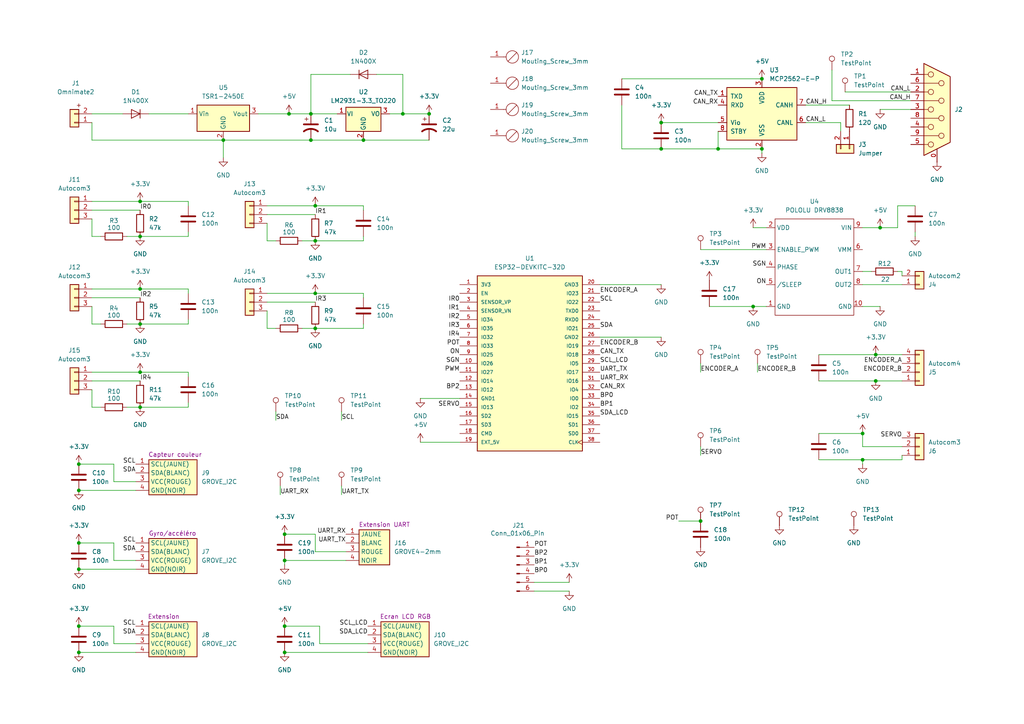
<source format=kicad_sch>
(kicad_sch (version 20231120) (generator "eeschema") (generator_version "8.0")
  (paper "A4")
  (title_block (title "Plateforme ESP32") (date "2024-11-23") (company "IUT de Cachan - Université Paris Saclay"))
  (junction (at 82.55 162.56))
  (junction (at 250.19 133.35))
  (junction (at 116.84 33.02))
  (junction (at 124.46 33.02))
  (junction (at 220.98 43.18))
  (junction (at 22.86 165.1))
  (junction (at 191.77 43.18))
  (junction (at 203.2 151.13))
  (junction (at 105.41 40.64))
  (junction (at 91.44 85.09))
  (junction (at 22.86 142.24))
  (junction (at 254 102.87))
  (junction (at 90.17 40.64))
  (junction (at 255.27 66.04))
  (junction (at 40.64 93.98))
  (junction (at 64.77 40.64))
  (junction (at 91.44 69.85))
  (junction (at 82.55 189.23))
  (junction (at 40.64 68.58))
  (junction (at 40.64 107.95))
  (junction (at 82.55 154.94))
  (junction (at 254 110.49))
  (junction (at 40.64 58.42))
  (junction (at 22.86 157.48))
  (junction (at 250.19 125.73))
  (junction (at 22.86 134.62))
  (junction (at 82.55 181.61))
  (junction (at 191.77 35.56))
  (junction (at 208.28 43.18))
  (junction (at 22.86 189.23))
  (junction (at 22.86 181.61))
  (junction (at 90.17 33.02))
  (junction (at 91.44 95.25))
  (junction (at 40.64 118.11))
  (junction (at 40.64 83.82))
  (junction (at 218.44 88.9))
  (junction (at 220.98 22.86))
  (junction (at 91.44 59.69))
  (junction (at 83.82 33.02))
  (wire (pts (xy 77.47 62.23) (xy 91.44 62.23)))
  (wire (pts (xy 33.02 134.62) (xy 22.86 134.62)))
  (wire (pts (xy 233.68 35.56) (xy 243.84 35.56)))
  (wire (pts (xy 36.83 93.98) (xy 40.64 93.98)))
  (wire (pts (xy 106.68 186.69) (xy 92.71 186.69)))
  (wire (pts (xy 26.67 118.11) (xy 26.67 113.03)))
  (wire (pts (xy 33.02 162.56) (xy 33.02 157.48)))
  (wire (pts (xy 54.61 116.84) (xy 54.61 118.11)))
  (wire (pts (xy 116.84 21.59) (xy 116.84 33.02)))
  (wire (pts (xy 64.77 40.64) (xy 90.17 40.64)))
  (wire (pts (xy 237.49 125.73) (xy 250.19 125.73)))
  (wire (pts (xy 109.22 21.59) (xy 116.84 21.59)))
  (wire (pts (xy 241.3 29.21) (xy 264.16 29.21)))
  (wire (pts (xy 40.64 58.42) (xy 54.61 58.42)))
  (wire (pts (xy 26.67 58.42) (xy 40.64 58.42)))
  (wire (pts (xy 26.67 68.58) (xy 26.67 63.5)))
  (wire (pts (xy 261.62 78.74) (xy 260.35 78.74)))
  (wire (pts (xy 33.02 157.48) (xy 22.86 157.48)))
  (wire (pts (xy 91.44 59.69) (xy 105.41 59.69)))
  (wire (pts (xy 191.77 43.18) (xy 208.28 43.18)))
  (wire (pts (xy 265.43 59.69) (xy 260.35 59.69)))
  (wire (pts (xy 250.19 129.54) (xy 250.19 125.73)))
  (wire (pts (xy 180.34 22.86) (xy 220.98 22.86)))
  (wire (pts (xy 64.77 40.64) (xy 64.77 45.72)))
  (wire (pts (xy 220.98 44.45) (xy 220.98 43.18)))
  (wire (pts (xy 180.34 30.48) (xy 180.34 43.18)))
  (wire (pts (xy 92.71 186.69) (xy 92.71 181.61)))
  (wire (pts (xy 54.61 92.71) (xy 54.61 93.98)))
  (wire (pts (xy 33.02 139.7) (xy 33.02 134.62)))
  (wire (pts (xy 22.86 142.24) (xy 39.37 142.24)))
  (wire (pts (xy 255.27 31.75) (xy 264.16 31.75)))
  (wire (pts (xy 29.21 118.11) (xy 26.67 118.11)))
  (wire (pts (xy 43.18 33.02) (xy 54.61 33.02)))
  (wire (pts (xy 54.61 93.98) (xy 40.64 93.98)))
  (wire (pts (xy 54.61 118.11) (xy 40.64 118.11)))
  (wire (pts (xy 261.62 133.35) (xy 261.62 132.08)))
  (wire (pts (xy 36.83 68.58) (xy 40.64 68.58)))
  (wire (pts (xy 265.43 67.31) (xy 265.43 68.58)))
  (wire (pts (xy 39.37 162.56) (xy 33.02 162.56)))
  (wire (pts (xy 29.21 68.58) (xy 26.67 68.58)))
  (wire (pts (xy 90.17 21.59) (xy 90.17 33.02)))
  (wire (pts (xy 252.73 78.74) (xy 250.19 78.74)))
  (wire (pts (xy 237.49 110.49) (xy 254 110.49)))
  (wire (pts (xy 90.17 40.64) (xy 105.41 40.64)))
  (wire (pts (xy 82.55 162.56) (xy 100.33 162.56)))
  (wire (pts (xy 80.01 121.92) (xy 80.01 119.38)))
  (wire (pts (xy 116.84 33.02) (xy 113.03 33.02)))
  (wire (pts (xy 99.06 121.92) (xy 99.06 119.38)))
  (wire (pts (xy 261.62 129.54) (xy 250.19 129.54)))
  (wire (pts (xy 33.02 186.69) (xy 33.02 181.61)))
  (wire (pts (xy 22.86 165.1) (xy 39.37 165.1)))
  (wire (pts (xy 80.01 69.85) (xy 77.47 69.85)))
  (wire (pts (xy 26.67 83.82) (xy 40.64 83.82)))
  (wire (pts (xy 121.92 115.57) (xy 133.35 115.57)))
  (wire (pts (xy 203.2 72.39) (xy 222.25 72.39)))
  (wire (pts (xy 243.84 38.1) (xy 243.84 35.56)))
  (wire (pts (xy 173.99 97.79) (xy 191.77 97.79)))
  (wire (pts (xy 77.47 87.63) (xy 91.44 87.63)))
  (wire (pts (xy 218.44 66.04) (xy 222.25 66.04)))
  (wire (pts (xy 154.94 171.45) (xy 165.1 171.45)))
  (wire (pts (xy 87.63 95.25) (xy 91.44 95.25)))
  (wire (pts (xy 173.99 82.55) (xy 191.77 82.55)))
  (wire (pts (xy 26.67 60.96) (xy 40.64 60.96)))
  (wire (pts (xy 77.47 85.09) (xy 91.44 85.09)))
  (wire (pts (xy 82.55 189.23) (xy 106.68 189.23)))
  (wire (pts (xy 105.41 86.36) (xy 105.41 85.09)))
  (wire (pts (xy 205.74 88.9) (xy 218.44 88.9)))
  (wire (pts (xy 260.35 59.69) (xy 260.35 66.04)))
  (wire (pts (xy 250.19 88.9) (xy 255.27 88.9)))
  (wire (pts (xy 208.28 43.18) (xy 220.98 43.18)))
  (wire (pts (xy 245.11 26.67) (xy 264.16 26.67)))
  (wire (pts (xy 208.28 38.1) (xy 208.28 43.18)))
  (wire (pts (xy 26.67 33.02) (xy 35.56 33.02)))
  (wire (pts (xy 77.47 69.85) (xy 77.47 64.77)))
  (wire (pts (xy 26.67 93.98) (xy 26.67 88.9)))
  (wire (pts (xy 91.44 154.94) (xy 91.44 160.02)))
  (wire (pts (xy 91.44 85.09) (xy 105.41 85.09)))
  (wire (pts (xy 26.67 35.56) (xy 26.67 40.64)))
  (wire (pts (xy 54.61 68.58) (xy 40.64 68.58)))
  (wire (pts (xy 26.67 107.95) (xy 40.64 107.95)))
  (wire (pts (xy 237.49 133.35) (xy 250.19 133.35)))
  (wire (pts (xy 77.47 59.69) (xy 91.44 59.69)))
  (wire (pts (xy 121.92 128.27) (xy 133.35 128.27)))
  (wire (pts (xy 105.41 93.98) (xy 105.41 95.25)))
  (wire (pts (xy 105.41 60.96) (xy 105.41 59.69)))
  (wire (pts (xy 105.41 69.85) (xy 91.44 69.85)))
  (wire (pts (xy 250.19 133.35) (xy 250.19 134.62)))
  (wire (pts (xy 250.19 82.55) (xy 261.62 82.55)))
  (wire (pts (xy 91.44 160.02) (xy 100.33 160.02)))
  (wire (pts (xy 54.61 85.09) (xy 54.61 83.82)))
  (wire (pts (xy 22.86 189.23) (xy 39.37 189.23)))
  (wire (pts (xy 92.71 181.61) (xy 82.55 181.61)))
  (wire (pts (xy 254 110.49) (xy 261.62 110.49)))
  (wire (pts (xy 124.46 33.02) (xy 116.84 33.02)))
  (wire (pts (xy 54.61 59.69) (xy 54.61 58.42)))
  (wire (pts (xy 261.62 80.01) (xy 261.62 78.74)))
  (wire (pts (xy 26.67 110.49) (xy 40.64 110.49)))
  (wire (pts (xy 260.35 66.04) (xy 255.27 66.04)))
  (wire (pts (xy 203.2 132.08) (xy 203.2 129.54)))
  (wire (pts (xy 54.61 67.31) (xy 54.61 68.58)))
  (wire (pts (xy 77.47 95.25) (xy 77.47 90.17)))
  (wire (pts (xy 219.71 107.95) (xy 219.71 105.41)))
  (wire (pts (xy 83.82 33.02) (xy 90.17 33.02)))
  (wire (pts (xy 254 102.87) (xy 261.62 102.87)))
  (wire (pts (xy 29.21 93.98) (xy 26.67 93.98)))
  (wire (pts (xy 81.28 143.51) (xy 81.28 140.97)))
  (wire (pts (xy 90.17 33.02) (xy 97.79 33.02)))
  (wire (pts (xy 82.55 154.94) (xy 91.44 154.94)))
  (wire (pts (xy 82.55 163.83) (xy 82.55 162.56)))
  (wire (pts (xy 39.37 139.7) (xy 33.02 139.7)))
  (wire (pts (xy 241.3 20.32) (xy 241.3 29.21)))
  (wire (pts (xy 105.41 68.58) (xy 105.41 69.85)))
  (wire (pts (xy 218.44 88.9) (xy 222.25 88.9)))
  (wire (pts (xy 237.49 102.87) (xy 254 102.87)))
  (wire (pts (xy 105.41 40.64) (xy 124.46 40.64)))
  (wire (pts (xy 250.19 133.35) (xy 261.62 133.35)))
  (wire (pts (xy 105.41 95.25) (xy 91.44 95.25)))
  (wire (pts (xy 87.63 69.85) (xy 91.44 69.85)))
  (wire (pts (xy 26.67 40.64) (xy 64.77 40.64)))
  (wire (pts (xy 54.61 109.22) (xy 54.61 107.95)))
  (wire (pts (xy 40.64 83.82) (xy 54.61 83.82)))
  (wire (pts (xy 191.77 35.56) (xy 208.28 35.56)))
  (wire (pts (xy 74.93 33.02) (xy 83.82 33.02)))
  (wire (pts (xy 26.67 86.36) (xy 40.64 86.36)))
  (wire (pts (xy 233.68 30.48) (xy 246.38 30.48)))
  (wire (pts (xy 36.83 118.11) (xy 40.64 118.11)))
  (wire (pts (xy 101.6 21.59) (xy 90.17 21.59)))
  (wire (pts (xy 154.94 168.91) (xy 165.1 168.91)))
  (wire (pts (xy 99.06 143.51) (xy 99.06 140.97)))
  (wire (pts (xy 203.2 107.95) (xy 203.2 105.41)))
  (wire (pts (xy 39.37 186.69) (xy 33.02 186.69)))
  (wire (pts (xy 250.19 66.04) (xy 255.27 66.04)))
  (wire (pts (xy 33.02 181.61) (xy 22.86 181.61)))
  (wire (pts (xy 180.34 43.18) (xy 191.77 43.18)))
  (wire (pts (xy 40.64 107.95) (xy 54.61 107.95)))
  (wire (pts (xy 80.01 95.25) (xy 77.47 95.25)))
  (wire (pts (xy 196.85 151.13) (xy 203.2 151.13)))
  (label "POT" (at 154.94 158.75 0))
  (label "SDA_LCD" (at 173.99 120.65 0))
  (label "SDA" (at 39.37 184.15 180))
  (label "IR1" (at 133.35 90.17 180))
  (label "BP1" (at 173.99 118.11 0))
  (label "BP2" (at 154.94 161.29 0))
  (label "BP1" (at 154.94 163.83 0))
  (label "ENCODER_A" (at 203.2 107.95 0))
  (label "SERVO" (at 261.62 127 180))
  (label "SCL" (at 99.06 121.92 0))
  (label "SERVO" (at 203.2 132.08 0))
  (label "PWM" (at 133.35 107.95 180))
  (label "IR0" (at 133.35 87.63 180))
  (label "SCL_LCD" (at 106.68 181.61 180))
  (label "SDA" (at 39.37 137.16 180))
  (label "IR0" (at 40.64 60.96 0))
  (label "CAN_L" (at 264.16 26.67 180))
  (label "POT" (at 196.85 151.13 180))
  (label "BP2" (at 133.35 113.03 180))
  (label "CAN_RX" (at 208.28 30.48 180))
  (label "CAN_H" (at 233.68 30.48 0))
  (label "SGN" (at 222.25 77.47 180))
  (label "SCL_LCD" (at 173.99 105.41 0))
  (label "IR3" (at 91.44 87.63 0))
  (label "SDA" (at 39.37 160.02 180))
  (label "SDA" (at 80.01 121.92 0))
  (label "POT" (at 133.35 100.33 180))
  (label "ENCODER_B" (at 173.99 100.33 0))
  (label "PWM" (at 222.25 72.39 180))
  (label "IR2" (at 40.64 86.36 0))
  (label "SCL" (at 39.37 181.61 180))
  (label "IR4" (at 133.35 97.79 180))
  (label "SERVO" (at 133.35 118.11 180))
  (label "UART_RX" (at 173.99 110.49 0))
  (label "SCL" (at 39.37 134.62 180))
  (label "ENCODER_A" (at 261.62 105.41 180))
  (label "CAN_RX" (at 173.99 113.03 0))
  (label "IR3" (at 133.35 95.25 180))
  (label "ON" (at 222.25 82.55 180))
  (label "ENCODER_B" (at 219.71 107.95 0))
  (label "SCL" (at 173.99 87.63 0))
  (label "IR1" (at 91.44 62.23 0))
  (label "ENCODER_A" (at 173.99 85.09 0))
  (label "UART_TX" (at 173.99 107.95 0))
  (label "CAN_L" (at 233.68 35.56 0))
  (label "ENCODER_B" (at 261.62 107.95 180))
  (label "ON" (at 133.35 102.87 180))
  (label "BP0" (at 173.99 115.57 0))
  (label "BP0" (at 154.94 166.37 0))
  (label "CAN_TX" (at 208.28 27.94 180))
  (label "CAN_H" (at 264.16 29.21 180))
  (label "UART_TX" (at 100.33 157.48 180))
  (label "SGN" (at 133.35 105.41 180))
  (label "SCL" (at 39.37 157.48 180))
  (label "IR4" (at 40.64 110.49 0))
  (label "UART_RX" (at 81.28 143.51 0))
  (label "UART_RX" (at 100.33 154.94 180))
  (label "SDA_LCD" (at 106.68 184.15 180))
  (label "SDA" (at 173.99 95.25 0))
  (label "IR2" (at 133.35 92.71 180))
  (label "UART_TX" (at 99.06 143.51 0))
  (label "CAN_TX" (at 173.99 102.87 0))
  (symbol (lib_id "0_Ge2:GROVE_I2C") (at 44.45 129.54 0) (unit 1)
    (property "Reference" "J9" (at 58.42 137.1599 0) (effects (justify left)))
    (property "Value" "GROVE_I2C" (at 58.42 139.6999 0) (effects (justify left)))
    (property "Footprint" "0_FootprintGe2:SEEED_110990030" (effects (hide yes)))
    (property "Description" "Capteur couleur" (at 50.8 131.826 0))
  )
  (symbol (lib_id "power:GND") (at 82.55 189.23 0) (unit 1)
    (property "Reference" "#PWR026" (effects (hide yes)))
    (property "Value" "GND" (at 82.55 194.31 0))
    (property "Description" "Power symbol creates a global label with name \"GND\" , ground" (effects (hide yes)))
  )
  (symbol (lib_id "Interface_CAN_LIN:MCP2562-E-P") (at 220.98 33.02 0) (unit 1)
    (property "Reference" "U3" (at 223.1741 20.32 0) (effects (justify left)))
    (property "Value" "MCP2562-E-P" (at 223.1741 22.86 0) (effects (justify left)))
    (property "Footprint" "Package_DIP:DIP-8_W7.62mm" (effects (hide yes)))
    (property "Datasheet" "http://ww1.microchip.com/downloads/en/DeviceDoc/25167A.pdf" (effects (hide yes)))
    (property "Description" "High-Speed CAN Transceiver, 1Mbps, 5V supply, Vio pin, -40C to +125C, DIP-8" (effects (hide yes)))
  )
  (symbol (lib_id "power:GND") (at 22.86 165.1 0) (unit 1)
    (property "Reference" "#PWR019" (effects (hide yes)))
    (property "Value" "GND" (at 22.86 170.18 0))
    (property "Description" "Power symbol creates a global label with name \"GND\" , ground" (effects (hide yes)))
  )
  (symbol (lib_id "0_SymbGamelGe2_v8.0:R") (at 246.38 34.29 0) (unit 1)
    (property "Reference" "R1" (at 248.92 33.0199 0) (effects (justify left)))
    (property "Value" "120" (at 248.92 35.5599 0) (effects (justify left)))
    (property "Footprint" "FootprintGamelGe2_v8.0:R_Axial_DIN0207_L6.3mm_D2.5mm_P10.16mm_Horizontal" (effects (hide yes)))
    (property "Description" "Resistor 1/4W" (effects (hide yes)))
  )
  (symbol (lib_id "power:GND") (at 203.2 158.75 0) (unit 1)
    (property "Reference" "#PWR044" (effects (hide yes)))
    (property "Value" "GND" (at 203.2 163.83 0))
    (property "Description" "Power symbol creates a global label with name \"GND\" , ground" (effects (hide yes)))
  )
  (symbol (lib_id "power:GND") (at 218.44 88.9 0) (unit 1)
    (property "Reference" "#PWR012" (effects (hide yes)))
    (property "Value" "GND" (at 218.44 93.98 0))
    (property "Description" "Power symbol creates a global label with name \"GND\" , ground" (effects (hide yes)))
  )
  (symbol (lib_id "power:+3.3V") (at 40.64 83.82 0) (unit 1)
    (property "Reference" "#PWR029" (effects (hide yes)))
    (property "Value" "+3.3V" (at 40.64 78.74 0))
    (property "Description" "Power symbol creates a global label with name \"+3.3V\"" (effects (hide yes)))
  )
  (symbol (lib_id "0_SymbGamelGe2_v8.0:C") (at 205.74 85.09 0) (unit 1)
    (property "Reference" "C17" (at 209.55 83.8199 0) (effects (justify left)))
    (property "Value" "100n" (at 209.55 86.3599 0) (effects (justify left)))
    (property "Footprint" "FootprintGamelGe2_v8.0:C_Rect_L7.0mm_W2.5mm_P5.00mm" (effects (hide yes)))
    (property "Description" "Unpolarized capacitor" (effects (hide yes)))
  )
  (symbol (lib_id "power:GND") (at 255.27 31.75 0) (unit 1)
    (property "Reference" "#PWR06" (effects (hide yes)))
    (property "Value" "GND" (at 255.27 36.83 0))
    (property "Description" "Power symbol creates a global label with name \"GND\" , ground" (effects (hide yes)))
  )
  (symbol (lib_id "power:+5V") (at 255.27 66.04 0) (unit 1)
    (property "Reference" "#PWR011" (effects (hide yes)))
    (property "Value" "+5V" (at 255.27 60.96 0))
    (property "Description" "Power symbol creates a global label with name \"+5V\"" (effects (hide yes)))
  )
  (symbol (lib_id "power:+3.3V") (at 22.86 157.48 0) (unit 1)
    (property "Reference" "#PWR020" (effects (hide yes)))
    (property "Value" "+3.3V" (at 22.86 152.4 0))
    (property "Description" "Power symbol creates a global label with name \"+3.3V\"" (effects (hide yes)))
  )
  (symbol (lib_id "0_SymbGamelGe2_v8.0:Autocom4") (at 266.7 107.95 0) (mirror x) (unit 1)
    (property "Reference" "J5" (at 269.24 107.9501 0) (effects (justify left)))
    (property "Value" "Autocom4" (at 269.24 105.4101 0) (effects (justify left)))
    (property "Footprint" "FootprintGamelGe2_v8.0:Autocom4" (effects (hide yes)))
    (property "Description" "Autocom HE14 connector, single row, 01x04" (effects (hide yes)))
  )
  (symbol (lib_id "Connector:TestPoint") (at 80.01 119.38 0) (unit 1)
    (property "Reference" "TP10" (at 82.55 114.8079 0) (effects (justify left)))
    (property "Value" "TestPoint" (at 82.55 117.3479 0) (effects (justify left)))
    (property "Footprint" "Connector_PinHeader_2.54mm:PinHeader_1x01_P2.54mm_Vertical" (effects (hide yes)))
    (property "Description" "test point" (effects (hide yes)))
  )
  (symbol (lib_id "Connector:TestPoint") (at 241.3 20.32 0) (unit 1)
    (property "Reference" "TP2" (at 243.84 15.7479 0) (effects (justify left)))
    (property "Value" "TestPoint" (at 243.84 18.2879 0) (effects (justify left)))
    (property "Footprint" "Connector_PinHeader_2.54mm:PinHeader_1x01_P2.54mm_Vertical" (effects (hide yes)))
    (property "Description" "test point" (effects (hide yes)))
  )
  (symbol (lib_id "power:GND") (at 40.64 93.98 0) (unit 1)
    (property "Reference" "#PWR030" (effects (hide yes)))
    (property "Value" "GND" (at 40.64 99.06 0))
    (property "Description" "Power symbol creates a global label with name \"GND\" , ground" (effects (hide yes)))
  )
  (symbol (lib_id "power:+3.3V") (at 124.46 33.02 0) (unit 1)
    (property "Reference" "#PWR09" (effects (hide yes)))
    (property "Value" "+3.3V" (at 124.46 27.94 0))
    (property "Description" "Power symbol creates a global label with name \"+3.3V\"" (effects (hide yes)))
  )
  (symbol (lib_id "power:+3.3V") (at 91.44 85.09 0) (unit 1)
    (property "Reference" "#PWR033" (effects (hide yes)))
    (property "Value" "+3.3V" (at 91.44 80.01 0))
    (property "Description" "Power symbol creates a global label with name \"+3.3V\"" (effects (hide yes)))
  )
  (symbol (lib_id "Connector:TestPoint") (at 99.06 119.38 0) (unit 1)
    (property "Reference" "TP11" (at 101.6 114.8079 0) (effects (justify left)))
    (property "Value" "TestPoint" (at 101.6 117.3479 0) (effects (justify left)))
    (property "Footprint" "Connector_PinHeader_2.54mm:PinHeader_1x01_P2.54mm_Vertical" (effects (hide yes)))
    (property "Description" "test point" (effects (hide yes)))
  )
  (symbol (lib_id "Connector:TestPoint") (at 99.06 140.97 0) (unit 1)
    (property "Reference" "TP9" (at 101.6 136.3979 0) (effects (justify left)))
    (property "Value" "TestPoint" (at 101.6 138.9379 0) (effects (justify left)))
    (property "Footprint" "Connector_PinHeader_2.54mm:PinHeader_1x01_P2.54mm_Vertical" (effects (hide yes)))
    (property "Description" "test point" (effects (hide yes)))
  )
  (symbol (lib_id "0_SymbGamelGe2_v8.0:R") (at 33.02 118.11 90) (unit 1)
    (property "Reference" "R10" (at 33.02 113.538 90))
    (property "Value" "100" (at 33.02 115.57 90))
    (property "Footprint" "FootprintGamelGe2_v8.0:R_Axial_DIN0207_L6.3mm_D2.5mm_P10.16mm_Horizontal" (effects (hide yes)))
    (property "Description" "Resistor 1/4W" (effects (hide yes)))
  )
  (symbol (lib_id "power:+3.3V") (at 191.77 35.56 0) (unit 1)
    (property "Reference" "#PWR05" (effects (hide yes)))
    (property "Value" "+3.3V" (at 191.77 30.48 0))
    (property "Description" "Power symbol creates a global label with name \"+3.3V\"" (effects (hide yes)))
  )
  (symbol (lib_id "power:+5V") (at 83.82 33.02 0) (unit 1)
    (property "Reference" "#PWR02" (effects (hide yes)))
    (property "Value" "+5V" (at 83.82 27.94 0))
    (property "Description" "Power symbol creates a global label with name \"+5V\"" (effects (hide yes)))
  )
  (symbol (lib_id "power:+3.3V") (at 82.55 154.94 0) (unit 1)
    (property "Reference" "#PWR037" (effects (hide yes)))
    (property "Value" "+3.3V" (at 82.55 149.86 0))
    (property "Description" "Power symbol creates a global label with name \"+3.3V\"" (effects (hide yes)))
  )
  (symbol (lib_id "power:GND") (at 22.86 142.24 0) (unit 1)
    (property "Reference" "#PWR024" (effects (hide yes)))
    (property "Value" "GND" (at 22.86 147.32 0))
    (property "Description" "Power symbol creates a global label with name \"GND\" , ground" (effects (hide yes)))
  )
  (symbol (lib_id "Connector:TestPoint") (at 203.2 129.54 0) (unit 1)
    (property "Reference" "TP6" (at 205.74 124.9679 0) (effects (justify left)))
    (property "Value" "TestPoint" (at 205.74 127.5079 0) (effects (justify left)))
    (property "Footprint" "Connector_PinHeader_2.54mm:PinHeader_1x01_P2.54mm_Vertical" (effects (hide yes)))
    (property "Description" "test point" (effects (hide yes)))
  )
  (symbol (lib_id "Connector:TestPoint") (at 226.06 152.4 0) (unit 1)
    (property "Reference" "TP12" (at 228.6 147.8279 0) (effects (justify left)))
    (property "Value" "TestPoint" (at 228.6 150.3679 0) (effects (justify left)))
    (property "Footprint" "Connector_PinHeader_2.54mm:PinHeader_1x01_P2.54mm_Vertical" (effects (hide yes)))
    (property "Description" "test point" (effects (hide yes)))
  )
  (symbol (lib_id "power:GND") (at 165.1 171.45 0) (unit 1)
    (property "Reference" "#PWR043" (effects (hide yes)))
    (property "Value" "GND" (at 165.1 176.53 0))
    (property "Description" "Power symbol creates a global label with name \"GND\" , ground" (effects (hide yes)))
  )
  (symbol (lib_id "Connector:TestPoint") (at 81.28 140.97 0) (unit 1)
    (property "Reference" "TP8" (at 83.82 136.3979 0) (effects (justify left)))
    (property "Value" "TestPoint" (at 83.82 138.9379 0) (effects (justify left)))
    (property "Footprint" "Connector_PinHeader_2.54mm:PinHeader_1x01_P2.54mm_Vertical" (effects (hide yes)))
    (property "Description" "test point" (effects (hide yes)))
  )
  (symbol (lib_id "0_SymbGamelGe2_v8.0:R") (at 83.82 69.85 90) (unit 1)
    (property "Reference" "R6" (at 83.82 65.278 90))
    (property "Value" "100" (at 83.82 67.31 90))
    (property "Footprint" "FootprintGamelGe2_v8.0:R_Axial_DIN0207_L6.3mm_D2.5mm_P10.16mm_Horizontal" (effects (hide yes)))
    (property "Description" "Resistor 1/4W" (effects (hide yes)))
  )
  (symbol (lib_id "power:GND") (at 22.86 189.23 0) (unit 1)
    (property "Reference" "#PWR022" (effects (hide yes)))
    (property "Value" "GND" (at 22.86 194.31 0))
    (property "Description" "Power symbol creates a global label with name \"GND\" , ground" (effects (hide yes)))
  )
  (symbol (lib_id "0_SymbGamelGe2_v8.0:Autocom3") (at 21.59 110.49 0) (mirror y) (unit 1)
    (property "Reference" "J15" (at 21.59 101.6 0))
    (property "Value" "Autocom3" (at 21.59 104.14 0))
    (property "Footprint" "FootprintGamelGe2_v8.0:Autocom3" (effects (hide yes)))
    (property "Description" "Autocom HE14 connector, single row, 01x03" (effects (hide yes)))
  )
  (symbol (lib_id "power:GND") (at 254 110.49 0) (unit 1)
    (property "Reference" "#PWR014" (effects (hide yes)))
    (property "Value" "GND" (at 254 115.57 0))
    (property "Description" "Power symbol creates a global label with name \"GND\" , ground" (effects (hide yes)))
  )
  (symbol (lib_id "Connector:DE9_Receptacle_MountingHoles") (at 271.78 31.75 0) (unit 1)
    (property "Reference" "J2" (at 276.86 31.7499 0) (effects (justify left)))
    (property "Value" "DE9_Receptacle_MountingHoles" (effects (hide yes)))
    (property "Footprint" "Connector_Dsub:DSUB-9_Female_Horizontal_P2.77x2.84mm_EdgePinOffset4.94mm_Housed_MountingHolesOffset7.48mm" (effects (hide yes)))
    (property "Description" "9-pin female receptacle socket D-SUB connector, Mounting Hole" (effects (hide yes)))
  )
  (symbol (lib_id "0_SymbGamelGe2_v8.0:C") (at 180.34 26.67 0) (unit 1)
    (property "Reference" "C4" (at 184.15 25.3999 0) (effects (justify left)))
    (property "Value" "100n" (at 184.15 27.9399 0) (effects (justify left)))
    (property "Footprint" "FootprintGamelGe2_v8.0:C_Rect_L7.0mm_W2.5mm_P5.00mm" (effects (hide yes)))
    (property "Description" "Unpolarized capacitor" (effects (hide yes)))
  )
  (symbol (lib_id "0_SymbGamelGe2_v8.0:R") (at 91.44 91.44 0) (unit 1)
    (property "Reference" "R9" (at 93.98 90.1699 0) (effects (justify left)))
    (property "Value" "47k" (at 93.98 92.7099 0) (effects (justify left)))
    (property "Footprint" "FootprintGamelGe2_v8.0:R_Axial_DIN0207_L6.3mm_D2.5mm_P10.16mm_Horizontal" (effects (hide yes)))
    (property "Description" "Resistor 1/4W" (effects (hide yes)))
  )
  (symbol (lib_id "0_SymbGamelGe2_v8.0:Autocom2") (at 266.7 82.55 0) (mirror x) (unit 1)
    (property "Reference" "J4" (at 269.24 82.5501 0) (effects (justify left)))
    (property "Value" "Autocom2" (at 269.24 80.0101 0) (effects (justify left)))
    (property "Footprint" "FootprintGamelGe2_v8.0:Autocom2" (effects (hide yes)))
    (property "Description" "Autocom HE14 connector, single row, 01x02" (effects (hide yes)))
  )
  (symbol (lib_id "0_SymbGamelGe2_v8.0:C") (at 54.61 113.03 0) (unit 1)
    (property "Reference" "C16" (at 58.42 111.7599 0) (effects (justify left)))
    (property "Value" "100n" (at 58.42 114.2999 0) (effects (justify left)))
    (property "Footprint" "FootprintGamelGe2_v8.0:C_Rect_L7.0mm_W2.5mm_P5.00mm" (effects (hide yes)))
    (property "Description" "Unpolarized capacitor" (effects (hide yes)))
  )
  (symbol (lib_id "power:GND") (at 64.77 45.72 0) (unit 1)
    (property "Reference" "#PWR01" (effects (hide yes)))
    (property "Value" "GND" (at 64.77 50.8 0))
    (property "Description" "Power symbol creates a global label with name \"GND\" , ground" (effects (hide yes)))
  )
  (symbol (lib_id "0_Ge2:GROVE_I2C") (at 44.45 152.4 0) (unit 1)
    (property "Reference" "J7" (at 58.42 160.0199 0) (effects (justify left)))
    (property "Value" "GROVE_I2C" (at 58.42 162.5599 0) (effects (justify left)))
    (property "Footprint" "0_FootprintGe2:SEEED_110990030" (effects (hide yes)))
    (property "Description" "Gyro/accéléro" (at 50.038 154.686 0))
  )
  (symbol (lib_id "0_SymbGamelGe2_v8.0:C") (at 54.61 88.9 0) (unit 1)
    (property "Reference" "C13" (at 58.42 87.6299 0) (effects (justify left)))
    (property "Value" "100n" (at 58.42 90.1699 0) (effects (justify left)))
    (property "Footprint" "FootprintGamelGe2_v8.0:C_Rect_L7.0mm_W2.5mm_P5.00mm" (effects (hide yes)))
    (property "Description" "Unpolarized capacitor" (effects (hide yes)))
  )
  (symbol (lib_id "0_SymbGamelGe2_v8.0:C") (at 105.41 90.17 0) (unit 1)
    (property "Reference" "C15" (at 109.22 88.8999 0) (effects (justify left)))
    (property "Value" "100n" (at 109.22 91.4399 0) (effects (justify left)))
    (property "Footprint" "FootprintGamelGe2_v8.0:C_Rect_L7.0mm_W2.5mm_P5.00mm" (effects (hide yes)))
    (property "Description" "Unpolarized capacitor" (effects (hide yes)))
  )
  (symbol (lib_id "0_SymbGamelGe2_v8.0:Autocom3") (at 21.59 60.96 0) (mirror y) (unit 1)
    (property "Reference" "J11" (at 21.59 52.07 0))
    (property "Value" "Autocom3" (at 21.59 54.61 0))
    (property "Footprint" "FootprintGamelGe2_v8.0:Autocom3" (effects (hide yes)))
    (property "Description" "Autocom HE14 connector, single row, 01x03" (effects (hide yes)))
  )
  (symbol (lib_id "power:+5V") (at 220.98 22.86 0) (unit 1)
    (property "Reference" "#PWR03" (effects (hide yes)))
    (property "Value" "+5V" (at 220.98 17.78 0))
    (property "Description" "Power symbol creates a global label with name \"+5V\"" (effects (hide yes)))
  )
  (symbol (lib_id "0_SymbGamelGe2_v8.0:C") (at 237.49 129.54 0) (unit 1)
    (property "Reference" "C6" (at 241.3 128.2699 0) (effects (justify left)))
    (property "Value" "100n" (at 241.3 130.8099 0) (effects (justify left)))
    (property "Footprint" "FootprintGamelGe2_v8.0:C_Rect_L7.0mm_W2.5mm_P5.00mm" (effects (hide yes)))
    (property "Description" "Unpolarized capacitor" (effects (hide yes)))
  )
  (symbol (lib_id "0_SymbGamelGe2_v8.0:R") (at 33.02 68.58 90) (unit 1)
    (property "Reference" "R3" (at 33.02 64.008 90))
    (property "Value" "100" (at 33.02 66.04 90))
    (property "Footprint" "FootprintGamelGe2_v8.0:R_Axial_DIN0207_L6.3mm_D2.5mm_P10.16mm_Horizontal" (effects (hide yes)))
    (property "Description" "Resistor 1/4W" (effects (hide yes)))
  )
  (symbol (lib_id "Connector:TestPoint") (at 203.2 151.13 0) (unit 1)
    (property "Reference" "TP7" (at 205.74 146.5579 0) (effects (justify left)))
    (property "Value" "TestPoint" (at 205.74 149.0979 0) (effects (justify left)))
    (property "Footprint" "Connector_PinHeader_2.54mm:PinHeader_1x01_P2.54mm_Vertical" (effects (hide yes)))
    (property "Description" "test point" (effects (hide yes)))
  )
  (symbol (lib_id "power:+3.3V") (at 165.1 168.91 0) (unit 1)
    (property "Reference" "#PWR042" (effects (hide yes)))
    (property "Value" "+3.3V" (at 165.1 163.83 0))
    (property "Description" "Power symbol creates a global label with name \"+3.3V\"" (effects (hide yes)))
  )
  (symbol (lib_id "0_SymbGamelGe2_v8.0:C") (at 22.86 161.29 0) (unit 1)
    (property "Reference" "C8" (at 26.67 160.0199 0) (effects (justify left)))
    (property "Value" "100n" (at 26.67 162.5599 0) (effects (justify left)))
    (property "Footprint" "FootprintGamelGe2_v8.0:C_Rect_L7.0mm_W2.5mm_P5.00mm" (effects (hide yes)))
    (property "Description" "Unpolarized capacitor" (effects (hide yes)))
  )
  (symbol (lib_id "0_SymbGamelGe2_v8.0:Cp") (at 124.46 36.83 0) (unit 1)
    (property "Reference" "C2" (at 128.27 34.9249 0) (effects (justify left)))
    (property "Value" "22u" (at 128.27 37.4649 0) (effects (justify left)))
    (property "Footprint" "FootprintGamelGe2_v8.0:C_Rect_L7.0mm_W2.5mm_P5.00mm" (effects (hide yes)))
    (property "Description" "Polarized capacitor, US symbol" (effects (hide yes)))
  )
  (symbol (lib_id "0_SymbGamelGe2_v8.0:C") (at 22.86 138.43 0) (unit 1)
    (property "Reference" "C10" (at 26.67 137.1599 0) (effects (justify left)))
    (property "Value" "100n" (at 26.67 139.6999 0) (effects (justify left)))
    (property "Footprint" "FootprintGamelGe2_v8.0:C_Rect_L7.0mm_W2.5mm_P5.00mm" (effects (hide yes)))
    (property "Description" "Unpolarized capacitor" (effects (hide yes)))
  )
  (symbol (lib_id "0_SymbGamelGe2_v8.0:Autocom3") (at 266.7 129.54 0) (mirror x) (unit 1)
    (property "Reference" "J6" (at 269.24 130.8101 0) (effects (justify left)))
    (property "Value" "Autocom3" (at 269.24 128.2701 0) (effects (justify left)))
    (property "Footprint" "FootprintGamelGe2_v8.0:Autocom3" (effects (hide yes)))
    (property "Description" "Autocom HE14 connector, single row, 01x03" (effects (hide yes)))
  )
  (symbol (lib_id "0_Ge2:GROVE_I2C") (at 111.76 176.53 0) (unit 1)
    (property "Reference" "J10" (at 125.73 184.1499 0) (effects (justify left)))
    (property "Value" "GROVE_I2C" (at 125.73 186.6899 0) (effects (justify left)))
    (property "Footprint" "0_FootprintGe2:SEEED_110990030" (effects (hide yes)))
    (property "Description" "Ecran LCD RGB" (at 117.602 178.816 0))
  )
  (symbol (lib_id "0_Ge2:GROVE4-2mm") (at 102.87 153.67 0) (unit 1)
    (property "Reference" "J16" (at 114.3 157.4799 0) (effects (justify left)))
    (property "Value" "GROVE4-2mm" (at 114.3 160.0199 0) (effects (justify left)))
    (property "Footprint" "0_FootprintGe2:SEEED_110990030" (effects (hide yes)))
    (property "Description" "Extension UART" (at 111.506 152.146 0))
  )
  (symbol (lib_id "power:GND") (at 226.06 152.4 0) (unit 1)
    (property "Reference" "#PWR046" (effects (hide yes)))
    (property "Value" "GND" (at 226.06 157.48 0))
    (property "Description" "Power symbol creates a global label with name \"GND\" , ground" (effects (hide yes)))
  )
  (symbol (lib_id "0_SymbGamelGe2_v8.0:C") (at 105.41 64.77 0) (unit 1)
    (property "Reference" "C14" (at 109.22 63.4999 0) (effects (justify left)))
    (property "Value" "100n" (at 109.22 66.0399 0) (effects (justify left)))
    (property "Footprint" "FootprintGamelGe2_v8.0:C_Rect_L7.0mm_W2.5mm_P5.00mm" (effects (hide yes)))
    (property "Description" "Unpolarized capacitor" (effects (hide yes)))
  )
  (symbol (lib_id "0_SymbGamelGe2_v8.0:R") (at 40.64 90.17 0) (unit 1)
    (property "Reference" "R5" (at 43.18 88.8999 0) (effects (justify left)))
    (property "Value" "47k" (at 43.18 91.4399 0) (effects (justify left)))
    (property "Footprint" "FootprintGamelGe2_v8.0:R_Axial_DIN0207_L6.3mm_D2.5mm_P10.16mm_Horizontal" (effects (hide yes)))
    (property "Description" "Resistor 1/4W" (effects (hide yes)))
  )
  (symbol (lib_id "0_SymbGamelGe2_v8.0:C") (at 22.86 185.42 0) (unit 1)
    (property "Reference" "C9" (at 26.67 184.1499 0) (effects (justify left)))
    (property "Value" "100n" (at 26.67 186.6899 0) (effects (justify left)))
    (property "Footprint" "FootprintGamelGe2_v8.0:C_Rect_L7.0mm_W2.5mm_P5.00mm" (effects (hide yes)))
    (property "Description" "Unpolarized capacitor" (effects (hide yes)))
  )
  (symbol (lib_id "power:+3.3V") (at 205.74 81.28 0) (unit 1)
    (property "Reference" "#PWR048" (effects (hide yes)))
    (property "Value" "+3.3V" (at 205.74 76.2 0))
    (property "Description" "Power symbol creates a global label with name \"+3.3V\"" (effects (hide yes)))
  )
  (symbol (lib_id "0_SymbGamelGe2_v8.0:Jumper") (at 246.38 43.18 270) (unit 1)
    (property "Reference" "J3" (at 248.92 41.9099 90) (effects (justify left)))
    (property "Value" "Jumper" (at 248.92 44.4499 90) (effects (justify left)))
    (property "Footprint" "Connector_PinHeader_2.54mm:PinHeader_1x02_P2.54mm_Vertical" (effects (hide yes)))
    (property "Description" "Jumper" (effects (hide yes)))
  )
  (symbol (lib_id "0_SymbGamelGe2_v8.0:C") (at 203.2 154.94 0) (unit 1)
    (property "Reference" "C18" (at 207.01 153.6699 0) (effects (justify left)))
    (property "Value" "100n" (at 207.01 156.2099 0) (effects (justify left)))
    (property "Footprint" "FootprintGamelGe2_v8.0:C_Rect_L7.0mm_W2.5mm_P5.00mm" (effects (hide yes)))
    (property "Description" "Unpolarized capacitor" (effects (hide yes)))
  )
  (symbol (lib_id "power:GND") (at 265.43 68.58 0) (unit 1)
    (property "Reference" "#PWR018" (effects (hide yes)))
    (property "Value" "GND" (at 265.43 73.66 0))
    (property "Description" "Power symbol creates a global label with name \"GND\" , ground" (effects (hide yes)))
  )
  (symbol (lib_id "0_SymbGamelGe2_v8.0:R") (at 91.44 66.04 0) (unit 1)
    (property "Reference" "R7" (at 93.98 64.7699 0) (effects (justify left)))
    (property "Value" "47k" (at 93.98 67.3099 0) (effects (justify left)))
    (property "Footprint" "FootprintGamelGe2_v8.0:R_Axial_DIN0207_L6.3mm_D2.5mm_P10.16mm_Horizontal" (effects (hide yes)))
    (property "Description" "Resistor 1/4W" (effects (hide yes)))
  )
  (symbol (lib_id "power:+3.3V") (at 40.64 107.95 0) (unit 1)
    (property "Reference" "#PWR035" (effects (hide yes)))
    (property "Value" "+3.3V" (at 40.64 102.87 0))
    (property "Description" "Power symbol creates a global label with name \"+3.3V\"" (effects (hide yes)))
  )
  (symbol (lib_id "power:GND") (at 247.65 152.4 0) (unit 1)
    (property "Reference" "#PWR047" (effects (hide yes)))
    (property "Value" "GND" (at 247.65 157.48 0))
    (property "Description" "Power symbol creates a global label with name \"GND\" , ground" (effects (hide yes)))
  )
  (symbol (lib_id "power:+5V") (at 250.19 125.73 0) (unit 1)
    (property "Reference" "#PWR016" (effects (hide yes)))
    (property "Value" "+5V" (at 250.19 120.65 0))
    (property "Description" "Power symbol creates a global label with name \"+5V\"" (effects (hide yes)))
  )
  (symbol (lib_id "0_SymbGamelGe2_v8.0:Mouting_Screw_3mm") (at 147.32 24.13 0) (unit 1)
    (property "Reference" "J18" (at 151.13 22.8599 0) (effects (justify left)))
    (property "Value" "Mouting_Screw_3mm" (at 151.13 25.3999 0) (effects (justify left)))
    (property "Footprint" "FootprintGamelGe2_v8.0:Mounting_Screw_3mm" (effects (hide yes)))
    (property "Description" "3mm mouting screw" (effects (hide yes)))
  )
  (symbol (lib_id "power:GND") (at 91.44 95.25 0) (unit 1)
    (property "Reference" "#PWR034" (effects (hide yes)))
    (property "Value" "GND" (at 91.44 100.33 0))
    (property "Description" "Power symbol creates a global label with name \"GND\" , ground" (effects (hide yes)))
  )
  (symbol (lib_id "0_SymbGamelGe2_v8.0:R") (at 256.54 78.74 270) (unit 1)
    (property "Reference" "R12" (at 256.54 76.454 90))
    (property "Value" "22" (at 256.794 81.026 90))
    (property "Footprint" "FootprintGamelGe2_v8.0:R_Axial_DIN0207_L6.3mm_D2.5mm_P10.16mm_Horizontal" (effects (hide yes)))
    (property "Description" "Resistor 1/4W" (effects (hide yes)))
  )
  (symbol (lib_id "0_SymbGamelGe2_v8.0:C") (at 54.61 63.5 0) (unit 1)
    (property "Reference" "C12" (at 58.42 62.2299 0) (effects (justify left)))
    (property "Value" "100n" (at 58.42 64.7699 0) (effects (justify left)))
    (property "Footprint" "FootprintGamelGe2_v8.0:C_Rect_L7.0mm_W2.5mm_P5.00mm" (effects (hide yes)))
    (property "Description" "Unpolarized capacitor" (effects (hide yes)))
  )
  (symbol (lib_id "power:+3.3V") (at 82.55 181.61 0) (unit 1)
    (property "Reference" "#PWR025" (effects (hide yes)))
    (property "Value" "+5V" (at 82.55 176.53 0))
    (property "Description" "Power symbol creates a global label with name \"+3.3V\"" (effects (hide yes)))
  )
  (symbol (lib_id "power:GND") (at 250.19 134.62 0) (unit 1)
    (property "Reference" "#PWR017" (effects (hide yes)))
    (property "Value" "GND" (at 250.19 139.7 0))
    (property "Description" "Power symbol creates a global label with name \"GND\" , ground" (effects (hide yes)))
  )
  (symbol (lib_id "Regulator_Switching:TSR1-2450E") (at 64.77 35.56 0) (unit 1)
    (property "Reference" "U5" (at 64.77 25.4 0))
    (property "Value" "TSR1-2450E" (at 64.77 27.94 0))
    (property "Footprint" "Converter_DCDC:Converter_DCDC_TRACO_TSR1-xxxxE_THT" (effects (hide yes)))
    (property "Datasheet" "https://www.tracopower.com/products/tsr1e.pdf" (effects (hide yes)))
    (property "Description" "1A step-down regulator, fixed 5V output voltage, 7-36V input voltage, TO-220 compatible LM78xx replacement" (effects (hide yes)))
  )
  (symbol (lib_id "power:GND") (at 121.92 115.57 0) (unit 1)
    (property "Reference" "#PWR041" (effects (hide yes)))
    (property "Value" "GND" (at 121.92 120.65 0))
    (property "Description" "Power symbol creates a global label with name \"GND\" , ground" (effects (hide yes)))
  )
  (symbol (lib_id "0_SymbGamelGe2_v8.0:C") (at 82.55 185.42 0) (unit 1)
    (property "Reference" "C11" (at 86.36 184.1499 0) (effects (justify left)))
    (property "Value" "100n" (at 86.36 186.6899 0) (effects (justify left)))
    (property "Footprint" "FootprintGamelGe2_v8.0:C_Rect_L7.0mm_W2.5mm_P5.00mm" (effects (hide yes)))
    (property "Description" "Unpolarized capacitor" (effects (hide yes)))
  )
  (symbol (lib_id "power:+5V") (at 121.92 128.27 0) (unit 1)
    (property "Reference" "#PWR08" (effects (hide yes)))
    (property "Value" "+5V" (at 121.92 123.19 0))
    (property "Description" "Power symbol creates a global label with name \"+5V\"" (effects (hide yes)))
  )
  (symbol (lib_id "Connector:TestPoint") (at 203.2 72.39 0) (unit 1)
    (property "Reference" "TP3" (at 205.74 67.8179 0) (effects (justify left)))
    (property "Value" "TestPoint" (at 205.74 70.3579 0) (effects (justify left)))
    (property "Footprint" "Connector_PinHeader_2.54mm:PinHeader_1x01_P2.54mm_Vertical" (effects (hide yes)))
    (property "Description" "test point" (effects (hide yes)))
  )
  (symbol (lib_id "0_SymbGamelGe2_v8.0:Autocom3") (at 72.39 62.23 0) (mirror y) (unit 1)
    (property "Reference" "J13" (at 72.39 53.34 0))
    (property "Value" "Autocom3" (at 72.39 55.88 0))
    (property "Footprint" "FootprintGamelGe2_v8.0:Autocom3" (effects (hide yes)))
    (property "Description" "Autocom HE14 connector, single row, 01x03" (effects (hide yes)))
  )
  (symbol (lib_id "0_SymbGamelGe2_v8.0:Omnimate2") (at 21.59 33.02 0) (unit 1)
    (property "Reference" "J1" (at 21.9752 24.13 0))
    (property "Value" "Omnimate2" (at 21.9752 26.67 0))
    (property "Footprint" "FootprintGamelGe2_v8.0:OmnimateSL-5,08_1x02_P5.08mm_Vertical" (effects (hide yes)))
    (property "Description" "Connector BL/SL 5.08, single row, 01x02, power supply connector" (effects (hide yes)))
  )
  (symbol (lib_id "0_Ge2:POLOLU-2990") (at 224.79 62.23 0) (unit 1)
    (property "Reference" "U4" (at 236.22 58.42 0))
    (property "Value" "POLOLU DRV8838" (at 236.22 60.96 0))
    (property "Footprint" "0_FootprintGe2:POLOLU-2990" (effects (hide yes)))
  )
  (symbol (lib_id "0_SymbGamelGe2_v8.0:C") (at 191.77 39.37 0) (unit 1)
    (property "Reference" "C3" (at 195.58 38.0999 0) (effects (justify left)))
    (property "Value" "100n" (at 195.58 40.6399 0) (effects (justify left)))
    (property "Footprint" "FootprintGamelGe2_v8.0:C_Rect_L7.0mm_W2.5mm_P5.00mm" (effects (hide yes)))
    (property "Description" "Unpolarized capacitor" (effects (hide yes)))
  )
  (symbol (lib_id "power:+3.3V") (at 40.64 58.42 0) (unit 1)
    (property "Reference" "#PWR028" (effects (hide yes)))
    (property "Value" "+3.3V" (at 40.64 53.34 0))
    (property "Description" "Power symbol creates a global label with name \"+3.3V\"" (effects (hide yes)))
  )
  (symbol (lib_id "0_SymbGamelGe2_v8.0:R") (at 40.64 64.77 0) (unit 1)
    (property "Reference" "R2" (at 43.18 63.4999 0) (effects (justify left)))
    (property "Value" "47k" (at 43.18 66.0399 0) (effects (justify left)))
    (property "Footprint" "FootprintGamelGe2_v8.0:R_Axial_DIN0207_L6.3mm_D2.5mm_P10.16mm_Horizontal" (effects (hide yes)))
    (property "Description" "Resistor 1/4W" (effects (hide yes)))
  )
  (symbol (lib_id "0_Ge2:GROVE_I2C") (at 44.45 176.53 0) (unit 1)
    (property "Reference" "J8" (at 58.42 184.1499 0) (effects (justify left)))
    (property "Value" "GROVE_I2C" (at 58.42 186.6899 0) (effects (justify left)))
    (property "Footprint" "0_FootprintGe2:SEEED_110990030" (effects (hide yes)))
    (property "Description" "Extension" (at 47.498 178.816 0))
  )
  (symbol (lib_id "0_SymbGamelGe2_v8.0:Cp") (at 90.17 36.83 0) (unit 1)
    (property "Reference" "C1" (at 93.98 34.9249 0) (effects (justify left)))
    (property "Value" "10u" (at 93.98 37.4649 0) (effects (justify left)))
    (property "Footprint" "FootprintGamelGe2_v8.0:C_Rect_L7.0mm_W2.5mm_P5.00mm" (effects (hide yes)))
    (property "Description" "Polarized capacitor, US symbol" (effects (hide yes)))
  )
  (symbol (lib_id "0_SymbGamelGe2_v8.0:1N400X") (at 39.37 33.02 180) (unit 1)
    (property "Reference" "D1" (at 39.37 26.67 0))
    (property "Value" "1N400X" (at 39.37 29.21 0))
    (property "Footprint" "Diode_THT:D_DO-41_SOD81_P10.16mm_Horizontal" (effects (hide yes)))
    (property "Datasheet" "http://www.vishay.com/docs/88503/1n4001.pdf" (effects (hide yes)))
    (property "Description" "1A General Purpose Rectifier Diode, DO-41" (effects (hide yes)))
  )
  (symbol (lib_id "power:GND") (at 220.98 44.45 0) (unit 1)
    (property "Reference" "#PWR04" (effects (hide yes)))
    (property "Value" "GND" (at 220.98 49.53 0))
    (property "Description" "Power symbol creates a global label with name \"GND\" , ground" (effects (hide yes)))
  )
  (symbol (lib_id "power:GND") (at 271.78 46.99 0) (unit 1)
    (property "Reference" "#PWR07" (effects (hide yes)))
    (property "Value" "GND" (at 271.78 52.07 0))
    (property "Description" "Power symbol creates a global label with name \"GND\" , ground" (effects (hide yes)))
  )
  (symbol (lib_id "power:GND") (at 40.64 118.11 0) (unit 1)
    (property "Reference" "#PWR036" (effects (hide yes)))
    (property "Value" "GND" (at 40.64 123.19 0))
    (property "Description" "Power symbol creates a global label with name \"GND\" , ground" (effects (hide yes)))
  )
  (symbol (lib_id "Connector:TestPoint") (at 219.71 105.41 0) (unit 1)
    (property "Reference" "TP5" (at 222.25 100.8379 0) (effects (justify left)))
    (property "Value" "TestPoint" (at 222.25 103.3779 0) (effects (justify left)))
    (property "Footprint" "Connector_PinHeader_2.54mm:PinHeader_1x01_P2.54mm_Vertical" (effects (hide yes)))
    (property "Description" "test point" (effects (hide yes)))
  )
  (symbol (lib_id "0_SymbGamelGe2_v8.0:Autocom3") (at 72.39 87.63 0) (mirror y) (unit 1)
    (property "Reference" "J14" (at 72.39 78.74 0))
    (property "Value" "Autocom3" (at 72.39 81.28 0))
    (property "Footprint" "FootprintGamelGe2_v8.0:Autocom3" (effects (hide yes)))
    (property "Description" "Autocom HE14 connector, single row, 01x03" (effects (hide yes)))
  )
  (symbol (lib_id "power:+3.3V") (at 254 102.87 0) (unit 1)
    (property "Reference" "#PWR015" (effects (hide yes)))
    (property "Value" "+3.3V" (at 254 97.79 0))
    (property "Description" "Power symbol creates a global label with name \"+3.3V\"" (effects (hide yes)))
  )
  (symbol (lib_id "power:GND") (at 191.77 97.79 0) (unit 1)
    (property "Reference" "#PWR040" (effects (hide yes)))
    (property "Value" "GND" (at 191.77 102.87 0))
    (property "Description" "Power symbol creates a global label with name \"GND\" , ground" (effects (hide yes)))
  )
  (symbol (lib_id "power:GND") (at 40.64 68.58 0) (unit 1)
    (property "Reference" "#PWR027" (effects (hide yes)))
    (property "Value" "GND" (at 40.64 73.66 0))
    (property "Description" "Power symbol creates a global label with name \"GND\" , ground" (effects (hide yes)))
  )
  (symbol (lib_id "0_Ge2:ESP32-DEVKITC-32D") (at 153.67 105.41 0) (unit 1)
    (property "Reference" "U1" (at 153.67 74.93 0))
    (property "Value" "ESP32-DEVKITC-32D" (at 153.67 77.47 0))
    (property "Footprint" "0_FootprintGe2:MODULE_ESP32-DEVKITC-32D" (effects (hide yes)))
    (property "PARTREV" "4" (effects (hide yes)))
    (property "MANUFACTURER" "Espressif Systems" (effects (hide yes)))
  )
  (symbol (lib_id "power:GND") (at 82.55 163.83 0) (unit 1)
    (property "Reference" "#PWR038" (effects (hide yes)))
    (property "Value" "GND" (at 82.55 168.91 0))
  )
  (symbol (lib_id "Connector:TestPoint") (at 245.11 26.67 0) (unit 1)
    (property "Reference" "TP1" (at 247.65 22.0979 0) (effects (justify left)))
    (property "Value" "TestPoint" (at 247.65 24.6379 0) (effects (justify left)))
    (property "Footprint" "Connector_PinHeader_2.54mm:PinHeader_1x01_P2.54mm_Vertical" (effects (hide yes)))
    (property "Description" "test point" (effects (hide yes)))
  )
  (symbol (lib_id "power:+3.3V") (at 22.86 181.61 0) (unit 1)
    (property "Reference" "#PWR021" (effects (hide yes)))
    (property "Value" "+3.3V" (at 22.86 176.53 0))
    (property "Description" "Power symbol creates a global label with name \"+3.3V\"" (effects (hide yes)))
  )
  (symbol (lib_id "0_SymbGamelGe2_v8.0:C") (at 265.43 63.5 0) (unit 1)
    (property "Reference" "C7" (at 269.24 62.2299 0) (effects (justify left)))
    (property "Value" "100n" (at 269.24 64.7699 0) (effects (justify left)))
    (property "Footprint" "FootprintGamelGe2_v8.0:C_Rect_L7.0mm_W2.5mm_P5.00mm" (effects (hide yes)))
    (property "Description" "Unpolarized capacitor" (effects (hide yes)))
  )
  (symbol (lib_id "Connector:Conn_01x06_Pin") (at 149.86 163.83 0) (unit 1)
    (property "Reference" "J21" (at 150.368 152.4 0))
    (property "Value" "Conn_01x06_Pin" (at 150.114 154.686 0))
    (property "Footprint" "Connector_PinHeader_2.54mm:PinHeader_1x06_P2.54mm_Vertical" (effects (hide yes)))
    (property "Description" "Generic connector, single row, 01x06, script generated" (effects (hide yes)))
  )
  (symbol (lib_id "0_SymbGamelGe2_v8.0:R") (at 83.82 95.25 90) (unit 1)
    (property "Reference" "R8" (at 83.82 90.678 90))
    (property "Value" "100" (at 83.82 92.71 90))
    (property "Footprint" "FootprintGamelGe2_v8.0:R_Axial_DIN0207_L6.3mm_D2.5mm_P10.16mm_Horizontal" (effects (hide yes)))
    (property "Description" "Resistor 1/4W" (effects (hide yes)))
  )
  (symbol (lib_id "0_SymbGamelGe2_v8.0:Mouting_Screw_3mm") (at 147.32 31.75 0) (unit 1)
    (property "Reference" "J19" (at 151.13 30.4799 0) (effects (justify left)))
    (property "Value" "Mouting_Screw_3mm" (at 151.13 33.0199 0) (effects (justify left)))
    (property "Footprint" "FootprintGamelGe2_v8.0:Mounting_Screw_3mm" (effects (hide yes)))
    (property "Description" "3mm mouting screw" (effects (hide yes)))
  )
  (symbol (lib_id "Connector:TestPoint") (at 203.2 105.41 0) (unit 1)
    (property "Reference" "TP4" (at 205.74 100.8379 0) (effects (justify left)))
    (property "Value" "TestPoint" (at 205.74 103.3779 0) (effects (justify left)))
    (property "Footprint" "Connector_PinHeader_2.54mm:PinHeader_1x01_P2.54mm_Vertical" (effects (hide yes)))
    (property "Description" "test point" (effects (hide yes)))
  )
  (symbol (lib_id "0_SymbGamelGe2_v8.0:C") (at 237.49 106.68 0) (unit 1)
    (property "Reference" "C5" (at 241.3 105.4099 0) (effects (justify left)))
    (property "Value" "100n" (at 241.3 107.9499 0) (effects (justify left)))
    (property "Footprint" "FootprintGamelGe2_v8.0:C_Rect_L7.0mm_W2.5mm_P5.00mm" (effects (hide yes)))
    (property "Description" "Unpolarized capacitor" (effects (hide yes)))
  )
  (symbol (lib_id "power:+3.3V") (at 91.44 59.69 0) (unit 1)
    (property "Reference" "#PWR031" (effects (hide yes)))
    (property "Value" "+3.3V" (at 91.44 54.61 0))
    (property "Description" "Power symbol creates a global label with name \"+3.3V\"" (effects (hide yes)))
  )
  (symbol (lib_id "0_SymbGamelGe2_v8.0:C") (at 82.55 158.75 0) (unit 1)
    (property "Reference" "C19" (at 86.36 157.4799 0) (effects (justify left)))
    (property "Value" "100n" (at 86.36 160.0199 0) (effects (justify left)))
    (property "Footprint" "FootprintGamelGe2_v8.0:C_Rect_L7.0mm_W2.5mm_P5.00mm" (effects (hide yes)))
    (property "Description" "Unpolarized capacitor" (effects (hide yes)))
  )
  (symbol (lib_id "0_SymbGamelGe2_v8.0:Mouting_Screw_3mm") (at 147.32 16.51 0) (unit 1)
    (property "Reference" "J17" (at 151.13 15.2399 0) (effects (justify left)))
    (property "Value" "Mouting_Screw_3mm" (at 151.13 17.7799 0) (effects (justify left)))
    (property "Footprint" "FootprintGamelGe2_v8.0:Mounting_Screw_3mm" (effects (hide yes)))
    (property "Description" "3mm mouting screw" (effects (hide yes)))
  )
  (symbol (lib_id "power:GND") (at 91.44 69.85 0) (unit 1)
    (property "Reference" "#PWR032" (effects (hide yes)))
    (property "Value" "GND" (at 91.44 74.93 0))
    (property "Description" "Power symbol creates a global label with name \"GND\" , ground" (effects (hide yes)))
  )
  (symbol (lib_id "0_SymbGamelGe2_v8.0:Mouting_Screw_3mm") (at 147.32 39.37 0) (unit 1)
    (property "Reference" "J20" (at 151.13 38.0999 0) (effects (justify left)))
    (property "Value" "Mouting_Screw_3mm" (at 151.13 40.6399 0) (effects (justify left)))
    (property "Footprint" "FootprintGamelGe2_v8.0:Mounting_Screw_3mm" (effects (hide yes)))
    (property "Description" "3mm mouting screw" (effects (hide yes)))
  )
  (symbol (lib_id "power:GND") (at 191.77 82.55 0) (unit 1)
    (property "Reference" "#PWR039" (effects (hide yes)))
    (property "Value" "GND" (at 191.77 87.63 0))
    (property "Description" "Power symbol creates a global label with name \"GND\" , ground" (effects (hide yes)))
  )
  (symbol (lib_id "0_SymbGamelGe2_v8.0:Autocom3") (at 21.59 86.36 0) (mirror y) (unit 1)
    (property "Reference" "J12" (at 21.59 77.47 0))
    (property "Value" "Autocom3" (at 21.59 80.01 0))
    (property "Footprint" "FootprintGamelGe2_v8.0:Autocom3" (effects (hide yes)))
    (property "Description" "Autocom HE14 connector, single row, 01x03" (effects (hide yes)))
  )
  (symbol (lib_id "power:+3.3V") (at 218.44 66.04 0) (unit 1)
    (property "Reference" "#PWR010" (effects (hide yes)))
    (property "Value" "+3.3V" (at 218.44 60.96 0))
    (property "Description" "Power symbol creates a global label with name \"+3.3V\"" (effects (hide yes)))
  )
  (symbol (lib_id "0_SymbGamelGe2_v8.0:1N400X") (at 105.41 21.59 0) (unit 1)
    (property "Reference" "D2" (at 105.41 15.24 0))
    (property "Value" "1N400X" (at 105.41 17.78 0))
    (property "Footprint" "Diode_THT:D_DO-41_SOD81_P10.16mm_Horizontal" (effects (hide yes)))
    (property "Datasheet" "http://www.vishay.com/docs/88503/1n4001.pdf" (effects (hide yes)))
    (property "Description" "1A General Purpose Rectifier Diode, DO-41" (effects (hide yes)))
  )
  (symbol (lib_id "power:GND") (at 255.27 88.9 0) (unit 1)
    (property "Reference" "#PWR013" (effects (hide yes)))
    (property "Value" "GND" (at 255.27 93.98 0))
    (property "Description" "Power symbol creates a global label with name \"GND\" , ground" (effects (hide yes)))
  )
  (symbol (lib_id "power:+3.3V") (at 22.86 134.62 0) (unit 1)
    (property "Reference" "#PWR023" (effects (hide yes)))
    (property "Value" "+3.3V" (at 22.86 129.54 0))
    (property "Description" "Power symbol creates a global label with name \"+3.3V\"" (effects (hide yes)))
  )
  (symbol (lib_id "Regulator_Linear:LM2931-3.3_TO220") (at 105.41 33.02 0) (unit 1)
    (property "Reference" "U2" (at 105.41 26.67 0))
    (property "Value" "LM2931-3.3_TO220" (at 105.41 29.21 0))
    (property "Footprint" "Package_TO_SOT_THT:TO-220-3_Horizontal_TabDown" (effects (hide yes)))
    (property "Datasheet" "https://www.ti.com/lit/ds/symlink/lm2931-n.pdf" (effects (hide yes)))
    (property "Description" "Positive 100 mA 60V Linear Low Dropout Regulator, Fixed Output 3.3V, TO-220" (effects (hide yes)))
  )
  (symbol (lib_id "0_SymbGamelGe2_v8.0:R") (at 40.64 114.3 0) (unit 1)
    (property "Reference" "R11" (at 43.18 113.0299 0) (effects (justify left)))
    (property "Value" "47k" (at 43.18 115.5699 0) (effects (justify left)))
    (property "Footprint" "FootprintGamelGe2_v8.0:R_Axial_DIN0207_L6.3mm_D2.5mm_P10.16mm_Horizontal" (effects (hide yes)))
    (property "Description" "Resistor 1/4W" (effects (hide yes)))
  )
  (symbol (lib_id "Connector:TestPoint") (at 247.65 152.4 0) (unit 1)
    (property "Reference" "TP13" (at 250.19 147.8279 0) (effects (justify left)))
    (property "Value" "TestPoint" (at 250.19 150.3679 0) (effects (justify left)))
    (property "Footprint" "Connector_PinHeader_2.54mm:PinHeader_1x01_P2.54mm_Vertical" (effects (hide yes)))
    (property "Description" "test point" (effects (hide yes)))
  )
  (symbol (lib_id "0_SymbGamelGe2_v8.0:R") (at 33.02 93.98 90) (unit 1)
    (property "Reference" "R4" (at 33.02 89.408 90))
    (property "Value" "100" (at 33.02 91.44 90))
    (property "Footprint" "FootprintGamelGe2_v8.0:R_Axial_DIN0207_L6.3mm_D2.5mm_P10.16mm_Horizontal" (effects (hide yes)))
    (property "Description" "Resistor 1/4W" (effects (hide yes)))
  )
)
</source>
